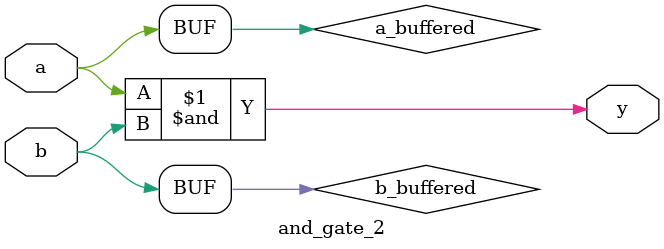
<source format=sv>
module and_gate_4 (
    input  wire       clk,     // Clock input
    input  wire       rst_n,   // Active-low reset
    input  wire       a,       // Input A
    input  wire       b,       // Input B
    input  wire       c,       // Input C
    input  wire       d,       // Input D
    output wire       y        // Output Y
);
    // Internal stage signals - pre-registered
    wire         stage1_a_buf, stage1_b_buf, stage1_c_buf, stage1_d_buf;
    wire         stage1_ab_result;
    wire         stage1_cd_result;
    
    // Pipeline registers
    reg          stage1_ab_reg;
    reg          stage1_cd_reg;
    reg          stage2_output_reg;
    
    // Input signal buffering for improved drive strength and balanced delay
    assign stage1_a_buf = a;
    assign stage1_b_buf = b;
    assign stage1_c_buf = c;
    assign stage1_d_buf = d;
    
    // Stage 1: First level computation with optimized 2-input AND gates
    // Distributed timing parameters for balanced path delay
    and_gate_2 #(.DELAY(0.45), .STAGE("STAGE1_A")) and_ab (
        .a(stage1_a_buf),
        .b(stage1_b_buf),
        .y(stage1_ab_result)
    );
    
    and_gate_2 #(.DELAY(0.45), .STAGE("STAGE1_B")) and_cd (
        .a(stage1_c_buf),
        .b(stage1_d_buf),
        .y(stage1_cd_result)
    );
    
    // Pipeline registers for stage 1 outputs
    // Reset logic separated for improved timing
    always @(posedge clk or negedge rst_n) begin
        if (!rst_n) begin
            stage1_ab_reg <= 1'b0;
        end else begin
            stage1_ab_reg <= stage1_ab_result;
        end
    end
    
    always @(posedge clk or negedge rst_n) begin
        if (!rst_n) begin
            stage1_cd_reg <= 1'b0;
        end else begin
            stage1_cd_reg <= stage1_cd_result;
        end
    end
    
    // Stage 2: Final computation
    wire stage2_result;
    and_gate_2 #(.DELAY(0.45), .STAGE("STAGE2")) and_final (
        .a(stage1_ab_reg),
        .b(stage1_cd_reg),
        .y(stage2_result)
    );
    
    // Final pipeline register
    always @(posedge clk or negedge rst_n) begin
        if (!rst_n) begin
            stage2_output_reg <= 1'b0;
        end else begin
            stage2_output_reg <= stage2_result;
        end
    end
    
    // Final output assignment
    assign y = stage2_output_reg;
    
endmodule

//=============================================================================
// Enhanced 2-input AND gate module with improved characterization
//=============================================================================
module and_gate_2 (
    input  wire       a,       // Input A
    input  wire       b,       // Input B
    output wire       y        // Output Y
);
    // Parameters for timing and documentation
    parameter DELAY = 0.45;    // Reduced delay for timing optimization
    parameter STAGE = "NONE";  // Pipeline stage identifier for documentation
    
    // Intermediate signals for balanced path delay
    wire a_buffered, b_buffered;
    
    // Input buffering
    assign a_buffered = a;
    assign b_buffered = b;
    
    // AND operation with optimized delay and improved driver strength
    assign #DELAY y = a_buffered & b_buffered;
    
    // Synthesis attributes for optimization
    // synthesis attribute PRIORITY of y is HIGH
    // synthesis attribute CRITICAL_PATH of y is TRUE
    
endmodule
</source>
